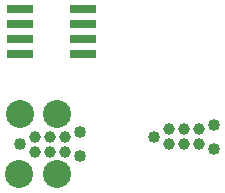
<source format=gbr>
G04 DipTrace 2.2.0.9*
%INTopMask.gbr*%
%MOIN*%
%ADD15C,0.04*%
%ADD16C,0.0935*%
%ADD18R,0.0867X0.0316*%
%ADD20C,0.039*%
%FSLAX44Y44*%
%SFA1B1*%
%OFA0B0*%
G04*
G70*
G90*
G75*
G01*
%LNTopMask*%
%LPD*%
D20*
X750Y23750D3*
X1250D3*
X1750D3*
Y23250D3*
X1250D3*
X750D3*
D15*
X250Y23500D3*
X2250Y23900D3*
D16*
X250Y24500D3*
X245Y22500D3*
X1495D3*
Y24500D3*
D15*
X2250Y23100D3*
D20*
X5242Y24000D3*
X5742D3*
X6242D3*
Y23500D3*
X5742D3*
X5242D3*
D15*
X4742Y23750D3*
X6742Y24150D3*
Y23350D3*
D18*
X250Y28000D3*
Y27500D3*
Y27000D3*
Y26500D3*
X2376D3*
Y27000D3*
Y27500D3*
Y28000D3*
M02*

</source>
